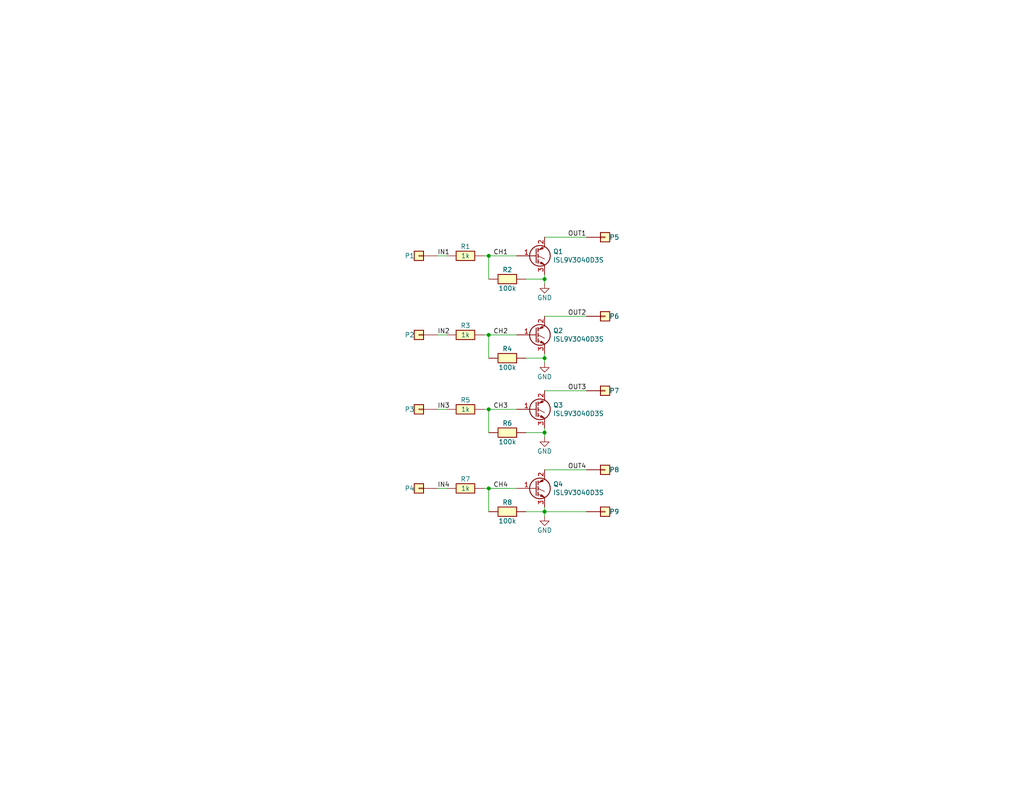
<source format=kicad_sch>
(kicad_sch (version 20211123) (generator eeschema)
  (paper "A")
  (title_block (title "quad-igbt") (date "01 dec 2022") (rev "R0.1") (company "rusEFI"))
  (lib_symbols
    (symbol "Device:Q_NIGBT_GCE" (pin_names (offset 0) hide)
      (property "Reference" "Q" (at 5.08 1.27 0))
      (property "Value" "Q_NIGBT_GCE" (at 5.08 -1.27 0))
      (symbol "Q_NIGBT_GCE_0_1"
        (polyline (pts (xy 0.762 -1.016) (xy 0.762 -2.032)) (stroke (width 0.254)))
        (polyline (pts (xy 0.762 0.508) (xy 0.762 -0.508)) (stroke (width 0.254)))
        (polyline (pts (xy 0.762 2.032) (xy 0.762 1.016)) (stroke (width 0.254)))
        (polyline (pts (xy 2.54 -2.413) (xy 0.762 -1.524)))
        (polyline (pts (xy 2.54 -0.889) (xy 0.762 0)))
        (polyline (pts (xy 2.54 2.413) (xy 0.762 1.524)))
        (polyline (pts (xy 0.254 1.905) (xy 0.254 -1.905) (xy 0.254 -1.905)) (stroke (width 0.254)))
        (polyline (pts (xy 1.397 -2.159) (xy 1.651 -1.651) (xy 2.54 -2.413) (xy 1.397 -2.159)) (fill (type outline)))
        (polyline (pts (xy 2.159 1.905) (xy 1.905 2.413) (xy 1.016 1.651) (xy 2.159 1.905)) (fill (type outline)))
        (circle (center 1.27 0) (radius 2.8194) (stroke (width 0.254)))
      )
      (symbol "Q_NIGBT_GCE_1_1"
        (pin input line (at -5.08 0 0) (length 5.334) (name "G") (number "1"))
        (pin passive line (at 2.54 5.08 270) (length 2.54) (name "C") (number "2"))
        (pin passive line (at 2.54 -5.08 90) (length 2.54) (name "E") (number "3"))
      )
    )
    (symbol "Res_1" (pin_numbers hide)
      (property "Reference" "R6" (at -5.322 2.3482 0))
      (property "Value" "Res_1" (at -5.08 0 0))
      (symbol "Res_1_1_0"
        (rectangle (start 2.54 -1.27) (end 7.62 1.27) (stroke (width 0.254)) (fill (type background)))
        (pin passive line (at 0 0 0) (length 2.54) (name "") (number "1"))
        (pin passive line (at 10.16 0 180) (length 2.54) (name "") (number "2"))
      )
    )
    (symbol "hellen-one-common:Pad" (pin_numbers hide) (pin_names (offset 1.016) hide)
      (property "Reference" "P" (at 2.54 0 0))
      (symbol "Pad_1_1"
        (rectangle (start -1.27 0.127) (end 0 -0.127) (stroke (width 0.1524)))
        (rectangle (start -1.27 1.27) (end 1.27 -1.27) (stroke (width 0.254)) (fill (type background)))
        (pin passive line (at -5.08 0 0) (length 3.81) (name "Pin_1") (number "1"))
      )
    )
    (symbol "power:GND" (power) (pin_names (offset 0))
      (property "Value" "GND" (at 0 -3.81 0))
      (symbol "GND_0_1"
        (polyline (pts (xy 0 0) (xy 0 -1.27) (xy 1.27 -1.27) (xy 0 -2.54) (xy -1.27 -1.27) (xy 0 -1.27)))
      )
      (symbol "GND_1_1"
        (pin power_in line (at 0 0 270) (length 0) hide (name "GND") (number "1"))
      )
    )
  )
  (junction (at 133.35 111.76))
  (junction (at 133.35 69.85))
  (junction (at 148.59 139.7))
  (junction (at 133.35 133.35))
  (junction (at 133.35 91.44))
  (junction (at 148.59 76.2))
  (junction (at 148.59 97.79))
  (junction (at 148.59 118.11))
  (wire (pts (xy 160.02 86.36) (xy 148.59 86.36)))
  (wire (pts (xy 160.02 128.27) (xy 148.59 128.27)))
  (wire (pts (xy 148.59 64.77) (xy 160.02 64.77)))
  (wire (pts (xy 133.35 91.44) (xy 132.08 91.44)))
  (wire (pts (xy 121.92 111.76) (xy 119.38 111.76)))
  (wire (pts (xy 143.51 76.2) (xy 148.59 76.2)))
  (wire (pts (xy 133.35 111.76) (xy 133.35 118.11)))
  (wire (pts (xy 148.59 139.7) (xy 148.59 140.97)))
  (wire (pts (xy 143.51 139.7) (xy 148.59 139.7)))
  (wire (pts (xy 132.08 111.76) (xy 133.35 111.76)))
  (wire (pts (xy 133.35 91.44) (xy 140.97 91.44)))
  (wire (pts (xy 133.35 133.35) (xy 140.97 133.35)))
  (wire (pts (xy 143.51 118.11) (xy 148.59 118.11)))
  (wire (pts (xy 132.08 133.35) (xy 133.35 133.35)))
  (wire (pts (xy 133.35 69.85) (xy 140.97 69.85)))
  (wire (pts (xy 148.59 118.11) (xy 148.59 119.38)))
  (wire (pts (xy 148.59 116.84) (xy 148.59 118.11)))
  (wire (pts (xy 121.92 69.85) (xy 119.38 69.85)))
  (wire (pts (xy 148.59 77.47) (xy 148.59 76.2)))
  (wire (pts (xy 133.35 111.76) (xy 140.97 111.76)))
  (wire (pts (xy 119.38 91.44) (xy 121.92 91.44)))
  (wire (pts (xy 121.92 133.35) (xy 119.38 133.35)))
  (wire (pts (xy 160.02 106.68) (xy 148.59 106.68)))
  (wire (pts (xy 148.59 138.43) (xy 148.59 139.7)))
  (wire (pts (xy 148.59 139.7) (xy 160.02 139.7)))
  (wire (pts (xy 148.59 96.52) (xy 148.59 97.79)))
  (wire (pts (xy 133.35 69.85) (xy 133.35 76.2)))
  (wire (pts (xy 148.59 76.2) (xy 148.59 74.93)))
  (wire (pts (xy 133.35 133.35) (xy 133.35 139.7)))
  (wire (pts (xy 132.08 69.85) (xy 133.35 69.85)))
  (wire (pts (xy 148.59 97.79) (xy 148.59 99.06)))
  (wire (pts (xy 143.51 97.79) (xy 148.59 97.79)))
  (wire (pts (xy 133.35 91.44) (xy 133.35 97.79)))
  (label "OUT3" (at 154.94 106.68 0))
  (label "OUT1" (at 154.94 64.77 0))
  (label "CH3" (at 134.62 111.76 0))
  (label "CH1" (at 134.62 69.85 0))
  (label "CH2" (at 134.62 91.44 0))
  (label "IN2" (at 119.38 91.44 0))
  (label "IN3" (at 119.38 111.76 0))
  (label "CH4" (at 134.62 133.35 0))
  (label "OUT4" (at 154.94 128.27 0))
  (label "IN4" (at 119.38 133.35 0))
  (label "IN1" (at 119.38 69.85 0))
  (label "OUT2" (at 154.94 86.36 0))
  (symbol (lib_id "Device:Q_NIGBT_GCE") (at 146.05 69.85 0) (unit 1)
    (property "Reference" "Q1" (at 150.9014 68.6816 0) (effects (justify left)))
    (property "Value" "ISL9V3040D3S" (at 150.9014 70.993 0) (effects (justify left)))
    (property "Footprint" "Package_TO_SOT_SMD:TO-263-2" (effects hide))
    (property "LCSC" "C462128" (effects hide))
  )
  (symbol (lib_id "hellen-one-common:Pad") (at 114.3 69.85 0) (mirror y) (unit 1)
    (property "Reference" "P1" (at 111.76 69.85 0))
    (property "Value" "Pad" (effects hide))
    (property "Footprint" "hellen-one-common:PAD-TH" (effects hide))
  )
  (symbol (lib_id "power:GND") (at 148.59 119.38 0) (mirror y) (unit 1)
    (property "Reference" "#PWR01" (effects hide))
    (property "Value" "GND" (at 148.59 123.19 0))
  )
  (symbol (lib_id "hellen-one-common:Pad") (at 165.1 106.68 0) (unit 1)
    (property "Reference" "P7" (at 167.64 106.68 0))
    (property "Value" "Pad" (effects hide))
    (property "Footprint" "hellen-one-common:PAD-TH" (effects hide))
  )
  (symbol (lib_id "hellen-one-common:Pad") (at 165.1 139.7 0) (unit 1)
    (property "Reference" "P9" (at 167.64 139.7 0))
    (property "Value" "Pad" (effects hide))
    (property "Footprint" "hellen-one-common:PAD-TH" (effects hide))
  )
  (symbol (lib_name "Res_1") (lib_id "hellen-one-common:Res") (at 132.08 91.44 180) (unit 1)
    (property "Reference" "R3" (at 127 88.9 0))
    (property "Value" "1k" (at 127 91.44 0))
    (property "Footprint" "hellen-one-common:R0805" (effects hide))
    (property "LCSC" "C17513" (effects hide))
  )
  (symbol (lib_name "Res_1") (lib_id "hellen-one-common:Res") (at 132.08 69.85 180) (unit 1)
    (property "Reference" "R1" (at 127 67.31 0))
    (property "Value" "1k" (at 127 69.85 0))
    (property "Footprint" "hellen-one-common:R0805" (effects hide))
    (property "LCSC" "C17513" (effects hide))
  )
  (symbol (lib_name "Res_1") (lib_id "hellen-one-common:Res") (at 132.08 111.76 180) (unit 1)
    (property "Reference" "R5" (at 127 109.22 0))
    (property "Value" "1k" (at 127 111.76 0))
    (property "Footprint" "hellen-one-common:R0805" (effects hide))
    (property "LCSC" "C17513" (effects hide))
  )
  (symbol (lib_id "power:GND") (at 148.59 140.97 0) (mirror y) (unit 1)
    (property "Reference" "#PWR02" (effects hide))
    (property "Value" "GND" (at 148.59 144.78 0))
  )
  (symbol (lib_name "Res_1") (lib_id "hellen-one-common:Res") (at 143.51 139.7 180) (unit 1)
    (property "Reference" "R8" (at 138.43 137.16 0))
    (property "Value" "100k" (at 138.43 142.24 0))
    (property "Footprint" "hellen-one-common:R0805" (effects hide))
    (property "LCSC" "C149504" (effects hide))
  )
  (symbol (lib_id "power:GND") (at 148.59 77.47 0) (mirror y) (unit 1)
    (property "Reference" "#PWR0104" (effects hide))
    (property "Value" "GND" (at 148.59 81.28 0))
  )
  (symbol (lib_id "hellen-one-common:Pad") (at 165.1 86.36 0) (unit 1)
    (property "Reference" "P6" (at 167.64 86.36 0))
    (property "Value" "Pad" (effects hide))
    (property "Footprint" "hellen-one-common:PAD-TH" (effects hide))
  )
  (symbol (lib_name "Res_1") (lib_id "hellen-one-common:Res") (at 143.51 118.11 180) (unit 1)
    (property "Reference" "R6" (at 138.43 115.57 0))
    (property "Value" "100k" (at 138.43 120.65 0))
    (property "Footprint" "hellen-one-common:R0805" (effects hide))
    (property "LCSC" "C149504" (effects hide))
  )
  (symbol (lib_id "hellen-one-common:Pad") (at 114.3 91.44 0) (mirror y) (unit 1)
    (property "Reference" "P2" (at 111.76 91.44 0))
    (property "Value" "Pad" (effects hide))
    (property "Footprint" "hellen-one-common:PAD-TH" (effects hide))
  )
  (symbol (lib_id "hellen-one-common:Pad") (at 165.1 128.27 0) (unit 1)
    (property "Reference" "P8" (at 167.64 128.27 0))
    (property "Value" "Pad" (effects hide))
    (property "Footprint" "hellen-one-common:PAD-TH" (effects hide))
  )
  (symbol (lib_id "Device:Q_NIGBT_GCE") (at 146.05 111.76 0) (unit 1)
    (property "Reference" "Q3" (at 150.9014 110.5916 0) (effects (justify left)))
    (property "Value" "ISL9V3040D3S" (at 150.9014 112.903 0) (effects (justify left)))
    (property "Footprint" "Package_TO_SOT_SMD:TO-263-2" (effects hide))
    (property "LCSC" "C462128" (effects hide))
  )
  (symbol (lib_name "Res_1") (lib_id "hellen-one-common:Res") (at 132.08 133.35 180) (unit 1)
    (property "Reference" "R7" (at 127 130.81 0))
    (property "Value" "1k" (at 127 133.35 0))
    (property "Footprint" "hellen-one-common:R0805" (effects hide))
    (property "LCSC" "C17513" (effects hide))
  )
  (symbol (lib_id "hellen-one-common:Pad") (at 114.3 111.76 0) (mirror y) (unit 1)
    (property "Reference" "P3" (at 111.76 111.76 0))
    (property "Value" "Pad" (effects hide))
    (property "Footprint" "hellen-one-common:PAD-TH" (effects hide))
  )
  (symbol (lib_id "hellen-one-common:Pad") (at 114.3 133.35 0) (mirror y) (unit 1)
    (property "Reference" "P4" (at 111.76 133.35 0))
    (property "Value" "Pad" (effects hide))
    (property "Footprint" "hellen-one-common:PAD-TH" (effects hide))
  )
  (symbol (lib_id "hellen-one-common:Pad") (at 165.1 64.77 0) (unit 1)
    (property "Reference" "P5" (at 167.64 64.77 0))
    (property "Value" "Pad" (effects hide))
    (property "Footprint" "hellen-one-common:PAD-TH" (effects hide))
  )
  (symbol (lib_id "power:GND") (at 148.59 99.06 0) (mirror y) (unit 1)
    (property "Reference" "#PWR0101" (effects hide))
    (property "Value" "GND" (at 148.59 102.87 0))
  )
  (symbol (lib_name "Res_1") (lib_id "hellen-one-common:Res") (at 143.51 76.2 180) (unit 1)
    (property "Reference" "R2" (at 138.43 73.66 0))
    (property "Value" "100k" (at 138.43 78.74 0))
    (property "Footprint" "hellen-one-common:R0805" (effects hide))
    (property "LCSC" "C149504" (effects hide))
  )
  (symbol (lib_name "Res_1") (lib_id "hellen-one-common:Res") (at 143.51 97.79 180) (unit 1)
    (property "Reference" "R4" (at 138.43 95.25 0))
    (property "Value" "100k" (at 138.43 100.33 0))
    (property "Footprint" "hellen-one-common:R0805" (effects hide))
    (property "LCSC" "C149504" (effects hide))
  )
  (symbol (lib_id "Device:Q_NIGBT_GCE") (at 146.05 133.35 0) (unit 1)
    (property "Reference" "Q4" (at 150.9014 132.1816 0) (effects (justify left)))
    (property "Value" "ISL9V3040D3S" (at 150.9014 134.493 0) (effects (justify left)))
    (property "Footprint" "Package_TO_SOT_SMD:TO-263-2" (effects hide))
    (property "LCSC" "C462128" (effects hide))
  )
  (symbol (lib_id "Device:Q_NIGBT_GCE") (at 146.05 91.44 0) (unit 1)
    (property "Reference" "Q2" (at 150.9014 90.2716 0) (effects (justify left)))
    (property "Value" "ISL9V3040D3S" (at 150.9014 92.583 0) (effects (justify left)))
    (property "Footprint" "Package_TO_SOT_SMD:TO-263-2" (effects hide))
    (property "LCSC" "C462128" (effects hide))
  )
)
</source>
